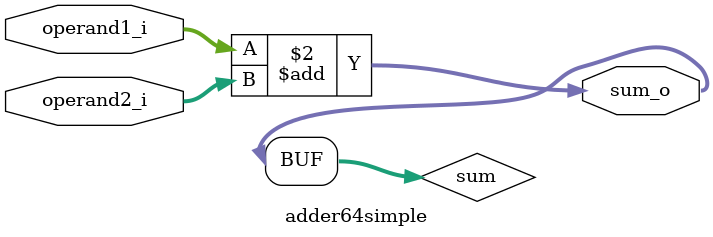
<source format=v>
module adder64simple(
	input [63:0] operand1_i,
	input [63:0] operand2_i,
	output [63:0] sum_o
    );
	 
reg [63:0] sum;

assign sum_o = sum;

always @(*) begin
	sum[63:0] = operand1_i[63:0] + operand2_i[63:0];
end

endmodule
</source>
